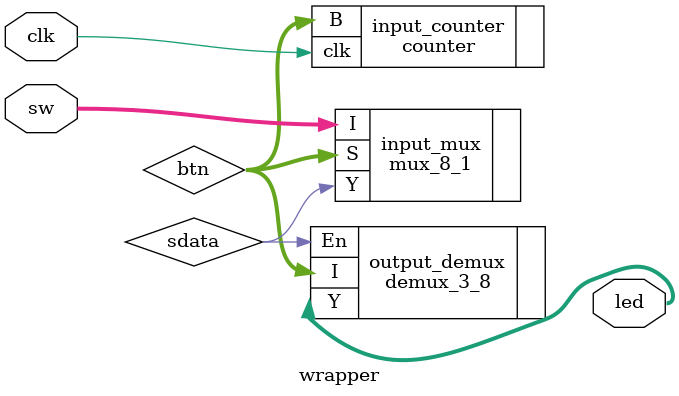
<source format=sv>
module wrapper (
    input [7:0] sw,
    input clk,
    output [7:0] led
);

wire sdata;
wire [2:0] btn; 

counter input_counter (
    .clk(clk),
    .B(btn)
);

mux_8_1 input_mux (
    .I(sw),
    .S(btn),
    .Y(sdata)
);

demux_3_8 output_demux (
    .En(sdata),
    .I(btn),
    .Y(led)
);

endmodule
</source>
